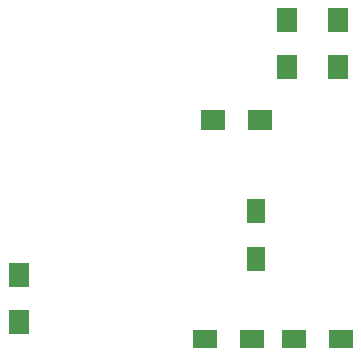
<source format=gbp>
G04 #@! TF.FileFunction,Paste,Bot*
%FSLAX46Y46*%
G04 Gerber Fmt 4.6, Leading zero omitted, Abs format (unit mm)*
G04 Created by KiCad (PCBNEW 4.0.6) date 2017 August 08, Tuesday 08:31:32*
%MOMM*%
%LPD*%
G01*
G04 APERTURE LIST*
%ADD10C,0.100000*%
%ADD11R,2.000000X1.600000*%
%ADD12R,1.600000X2.000000*%
%ADD13R,1.700000X2.000000*%
%ADD14R,2.000000X1.700000*%
G04 APERTURE END LIST*
D10*
D11*
X201581000Y-108204000D03*
X205581000Y-108204000D03*
X209074000Y-108204000D03*
X213074000Y-108204000D03*
D12*
X205867000Y-97402900D03*
X205867000Y-101402900D03*
D13*
X208534000Y-85185000D03*
X208534000Y-81185000D03*
X185801000Y-106775000D03*
X185801000Y-102775000D03*
D14*
X202216000Y-89662000D03*
X206216000Y-89662000D03*
D13*
X212852000Y-85185000D03*
X212852000Y-81185000D03*
M02*

</source>
